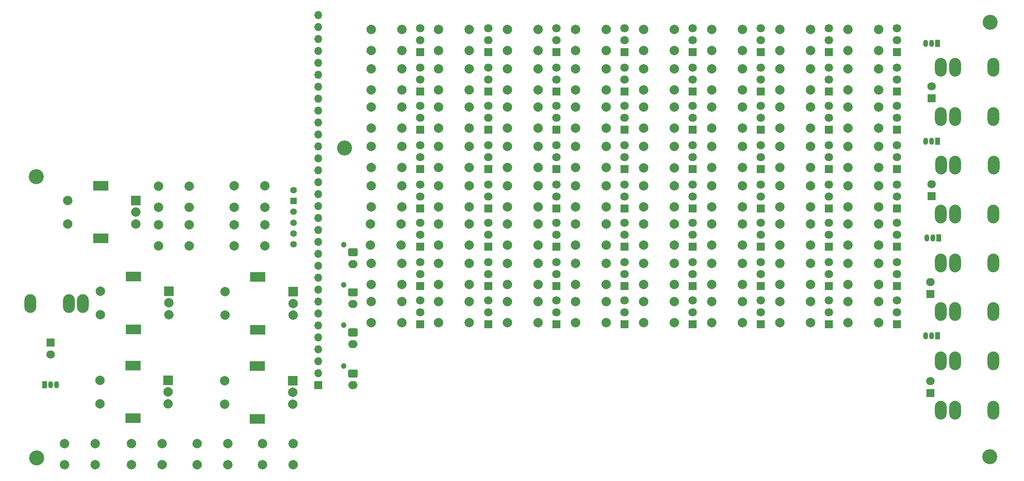
<source format=gbr>
%TF.GenerationSoftware,KiCad,Pcbnew,(5.1.10)-1*%
%TF.CreationDate,2021-10-30T12:18:14-04:00*%
%TF.ProjectId,Control Board,436f6e74-726f-46c2-9042-6f6172642e6b,rev?*%
%TF.SameCoordinates,Original*%
%TF.FileFunction,Soldermask,Bot*%
%TF.FilePolarity,Negative*%
%FSLAX46Y46*%
G04 Gerber Fmt 4.6, Leading zero omitted, Abs format (unit mm)*
G04 Created by KiCad (PCBNEW (5.1.10)-1) date 2021-10-30 12:18:14*
%MOMM*%
%LPD*%
G01*
G04 APERTURE LIST*
%ADD10C,3.200000*%
%ADD11C,2.000000*%
%ADD12R,1.800000X1.800000*%
%ADD13C,1.800000*%
%ADD14C,1.200000*%
%ADD15O,2.000000X1.700000*%
%ADD16R,1.700000X1.700000*%
%ADD17O,1.700000X1.700000*%
%ADD18O,1.050000X1.500000*%
%ADD19R,1.050000X1.500000*%
%ADD20R,1.400000X1.400000*%
%ADD21C,1.400000*%
%ADD22R,3.200000X2.000000*%
%ADD23R,2.000000X2.000000*%
%ADD24O,2.500000X4.000000*%
G04 APERTURE END LIST*
D10*
%TO.C,REF\u002A\u002A*%
X102057200Y-58369200D03*
%TD*%
%TO.C,REF\u002A\u002A*%
X239268000Y-31623000D03*
%TD*%
%TO.C,REF\u002A\u002A*%
X36526800Y-64516000D03*
%TD*%
%TO.C,REF\u002A\u002A*%
X36603000Y-124306000D03*
%TD*%
%TO.C,REF\u002A\u002A*%
X239217200Y-124104400D03*
%TD*%
D11*
%TO.C,SW16*%
X122051800Y-91033600D03*
X122051800Y-95533600D03*
X128551800Y-91033600D03*
X128551800Y-95533600D03*
%TD*%
%TO.C,SW49*%
X194591800Y-33121600D03*
X194591800Y-37621600D03*
X201091800Y-33121600D03*
X201091800Y-37621600D03*
%TD*%
%TO.C,SW58*%
X209044400Y-41503600D03*
X209044400Y-46003600D03*
X215544400Y-41503600D03*
X215544400Y-46003600D03*
%TD*%
%TO.C,SW10*%
X128551800Y-46003600D03*
X128551800Y-41503600D03*
X122051800Y-46003600D03*
X122051800Y-41503600D03*
%TD*%
%TO.C,SW13*%
X128551800Y-70895600D03*
X128551800Y-66395600D03*
X122051800Y-70895600D03*
X122051800Y-66395600D03*
%TD*%
D12*
%TO.C,D45*%
X147091400Y-71221600D03*
D13*
X147091400Y-68681600D03*
X147091400Y-66141600D03*
%TD*%
D11*
%TO.C,SW25*%
X157657800Y-37621600D03*
X157657800Y-33121600D03*
X151157800Y-37621600D03*
X151157800Y-33121600D03*
%TD*%
D12*
%TO.C,D1*%
X176047400Y-37947600D03*
D13*
X176047400Y-35407600D03*
X176047400Y-32867600D03*
%TD*%
D12*
%TO.C,D2*%
X176047400Y-46329600D03*
D13*
X176047400Y-43789600D03*
X176047400Y-41249600D03*
%TD*%
%TO.C,D3*%
X176047400Y-49377600D03*
X176047400Y-51917600D03*
D12*
X176047400Y-54457600D03*
%TD*%
%TO.C,D4*%
X176047400Y-62839600D03*
D13*
X176047400Y-60299600D03*
X176047400Y-57759600D03*
%TD*%
%TO.C,D5*%
X176047400Y-66141600D03*
X176047400Y-68681600D03*
D12*
X176047400Y-71221600D03*
%TD*%
%TO.C,D6*%
X176047400Y-79349600D03*
D13*
X176047400Y-76809600D03*
X176047400Y-74269600D03*
%TD*%
%TO.C,D7*%
X176047400Y-82651600D03*
X176047400Y-85191600D03*
D12*
X176047400Y-87731600D03*
%TD*%
%TO.C,D8*%
X176047400Y-95859600D03*
D13*
X176047400Y-93319600D03*
X176047400Y-90779600D03*
%TD*%
%TO.C,D9*%
X118135400Y-32867600D03*
X118135400Y-35407600D03*
D12*
X118135400Y-37947600D03*
%TD*%
D13*
%TO.C,D10*%
X118135400Y-41249600D03*
X118135400Y-43789600D03*
D12*
X118135400Y-46329600D03*
%TD*%
%TO.C,D11*%
X118135400Y-54457600D03*
D13*
X118135400Y-51917600D03*
X118135400Y-49377600D03*
%TD*%
%TO.C,D12*%
X118135400Y-57759600D03*
X118135400Y-60299600D03*
D12*
X118135400Y-62839600D03*
%TD*%
%TO.C,D13*%
X118135400Y-71221600D03*
D13*
X118135400Y-68681600D03*
X118135400Y-66141600D03*
%TD*%
%TO.C,D14*%
X118135400Y-74269600D03*
X118135400Y-76809600D03*
D12*
X118135400Y-79349600D03*
%TD*%
%TO.C,D15*%
X118135400Y-87731600D03*
D13*
X118135400Y-85191600D03*
X118135400Y-82651600D03*
%TD*%
%TO.C,D16*%
X118135400Y-90779600D03*
X118135400Y-93319600D03*
D12*
X118135400Y-95859600D03*
%TD*%
D13*
%TO.C,D17*%
X190525400Y-32867600D03*
X190525400Y-35407600D03*
D12*
X190525400Y-37947600D03*
%TD*%
%TO.C,D18*%
X190525400Y-46329600D03*
D13*
X190525400Y-43789600D03*
X190525400Y-41249600D03*
%TD*%
D12*
%TO.C,D19*%
X190525400Y-54457600D03*
D13*
X190525400Y-51917600D03*
X190525400Y-49377600D03*
%TD*%
%TO.C,D20*%
X190525400Y-57759600D03*
X190525400Y-60299600D03*
D12*
X190525400Y-62839600D03*
%TD*%
D13*
%TO.C,D21*%
X190525400Y-66141600D03*
X190525400Y-68681600D03*
D12*
X190525400Y-71221600D03*
%TD*%
%TO.C,D22*%
X190525400Y-79349600D03*
D13*
X190525400Y-76809600D03*
X190525400Y-74269600D03*
%TD*%
%TO.C,D23*%
X190525400Y-82651600D03*
X190525400Y-85191600D03*
D12*
X190525400Y-87731600D03*
%TD*%
%TO.C,D24*%
X190525400Y-95859600D03*
D13*
X190525400Y-93319600D03*
X190525400Y-90779600D03*
%TD*%
%TO.C,D25*%
X132613400Y-32867600D03*
X132613400Y-35407600D03*
D12*
X132613400Y-37947600D03*
%TD*%
%TO.C,D26*%
X132613400Y-46329600D03*
D13*
X132613400Y-43789600D03*
X132613400Y-41249600D03*
%TD*%
%TO.C,D27*%
X132613400Y-49377600D03*
X132613400Y-51917600D03*
D12*
X132613400Y-54457600D03*
%TD*%
%TO.C,D28*%
X132613400Y-62839600D03*
D13*
X132613400Y-60299600D03*
X132613400Y-57759600D03*
%TD*%
D12*
%TO.C,D29*%
X132613400Y-71221600D03*
D13*
X132613400Y-68681600D03*
X132613400Y-66141600D03*
%TD*%
%TO.C,D30*%
X132613400Y-74269600D03*
X132613400Y-76809600D03*
D12*
X132613400Y-79349600D03*
%TD*%
%TO.C,D31*%
X132613400Y-87731600D03*
D13*
X132613400Y-85191600D03*
X132613400Y-82651600D03*
%TD*%
%TO.C,D32*%
X132613400Y-90779600D03*
X132613400Y-93319600D03*
D12*
X132613400Y-95859600D03*
%TD*%
D13*
%TO.C,D33*%
X205003400Y-32867600D03*
X205003400Y-35407600D03*
D12*
X205003400Y-37947600D03*
%TD*%
%TO.C,D34*%
X205003400Y-46329600D03*
D13*
X205003400Y-43789600D03*
X205003400Y-41249600D03*
%TD*%
%TO.C,D35*%
X205003400Y-49377600D03*
X205003400Y-51917600D03*
D12*
X205003400Y-54457600D03*
%TD*%
%TO.C,D36*%
X205003400Y-62839600D03*
D13*
X205003400Y-60299600D03*
X205003400Y-57759600D03*
%TD*%
%TO.C,D37*%
X205003400Y-66141600D03*
X205003400Y-68681600D03*
D12*
X205003400Y-71221600D03*
%TD*%
%TO.C,D38*%
X205003400Y-79349600D03*
D13*
X205003400Y-76809600D03*
X205003400Y-74269600D03*
%TD*%
%TO.C,D39*%
X205003400Y-82651600D03*
X205003400Y-85191600D03*
D12*
X205003400Y-87731600D03*
%TD*%
D13*
%TO.C,D40*%
X205003400Y-90779600D03*
X205003400Y-93319600D03*
D12*
X205003400Y-95859600D03*
%TD*%
D13*
%TO.C,D41*%
X147091400Y-32867600D03*
X147091400Y-35407600D03*
D12*
X147091400Y-37947600D03*
%TD*%
%TO.C,D42*%
X147091400Y-46329600D03*
D13*
X147091400Y-43789600D03*
X147091400Y-41249600D03*
%TD*%
%TO.C,D43*%
X147091400Y-49377600D03*
X147091400Y-51917600D03*
D12*
X147091400Y-54457600D03*
%TD*%
%TO.C,D44*%
X147091400Y-62839600D03*
D13*
X147091400Y-60299600D03*
X147091400Y-57759600D03*
%TD*%
%TO.C,D46*%
X147091400Y-74269600D03*
X147091400Y-76809600D03*
D12*
X147091400Y-79349600D03*
%TD*%
%TO.C,D47*%
X147091400Y-87731600D03*
D13*
X147091400Y-85191600D03*
X147091400Y-82651600D03*
%TD*%
%TO.C,D48*%
X147091400Y-90779600D03*
X147091400Y-93319600D03*
D12*
X147091400Y-95859600D03*
%TD*%
D13*
%TO.C,D49*%
X219481400Y-32867600D03*
X219481400Y-35407600D03*
D12*
X219481400Y-37947600D03*
%TD*%
%TO.C,D50*%
X219481400Y-46329600D03*
D13*
X219481400Y-43789600D03*
X219481400Y-41249600D03*
%TD*%
%TO.C,D51*%
X219481400Y-49377600D03*
X219481400Y-51917600D03*
D12*
X219481400Y-54457600D03*
%TD*%
%TO.C,D52*%
X219481400Y-62839600D03*
D13*
X219481400Y-60299600D03*
X219481400Y-57759600D03*
%TD*%
%TO.C,D53*%
X219481400Y-66141600D03*
X219481400Y-68681600D03*
D12*
X219481400Y-71221600D03*
%TD*%
%TO.C,D54*%
X219481400Y-79349600D03*
D13*
X219481400Y-76809600D03*
X219481400Y-74269600D03*
%TD*%
%TO.C,D55*%
X219481400Y-82651600D03*
X219481400Y-85191600D03*
D12*
X219481400Y-87731600D03*
%TD*%
%TO.C,D56*%
X219481400Y-95859600D03*
D13*
X219481400Y-93319600D03*
X219481400Y-90779600D03*
%TD*%
%TO.C,D57*%
X161569400Y-32867600D03*
X161569400Y-35407600D03*
D12*
X161569400Y-37947600D03*
%TD*%
%TO.C,D58*%
X161569400Y-46329600D03*
D13*
X161569400Y-43789600D03*
X161569400Y-41249600D03*
%TD*%
%TO.C,D59*%
X161569400Y-49377600D03*
X161569400Y-51917600D03*
D12*
X161569400Y-54457600D03*
%TD*%
%TO.C,D60*%
X161569400Y-62839600D03*
D13*
X161569400Y-60299600D03*
X161569400Y-57759600D03*
%TD*%
D12*
%TO.C,D61*%
X161569400Y-71221600D03*
D13*
X161569400Y-68681600D03*
X161569400Y-66141600D03*
%TD*%
%TO.C,D62*%
X161569400Y-74269600D03*
X161569400Y-76809600D03*
D12*
X161569400Y-79349600D03*
%TD*%
%TO.C,D63*%
X161569400Y-87731600D03*
D13*
X161569400Y-85191600D03*
X161569400Y-82651600D03*
%TD*%
D12*
%TO.C,D64*%
X161569400Y-95859600D03*
D13*
X161569400Y-93319600D03*
X161569400Y-90779600D03*
%TD*%
D12*
%TO.C,D65*%
X39522400Y-99822000D03*
D13*
X39522400Y-102362000D03*
%TD*%
D12*
%TO.C,D66*%
X226822000Y-47815500D03*
D13*
X226822000Y-45275500D03*
%TD*%
%TO.C,D67*%
X226822000Y-66103500D03*
D12*
X226822000Y-68643500D03*
%TD*%
%TO.C,D68*%
X226568000Y-89471500D03*
D13*
X226568000Y-86931500D03*
%TD*%
%TO.C,D69*%
X226568000Y-108013500D03*
D12*
X226568000Y-110553500D03*
%TD*%
D14*
%TO.C,J1*%
X101835200Y-78968800D03*
D15*
X103835200Y-83068800D03*
G36*
G01*
X103085200Y-79718800D02*
X104585200Y-79718800D01*
G75*
G02*
X104835200Y-79968800I0J-250000D01*
G01*
X104835200Y-81168800D01*
G75*
G02*
X104585200Y-81418800I-250000J0D01*
G01*
X103085200Y-81418800D01*
G75*
G02*
X102835200Y-81168800I0J250000D01*
G01*
X102835200Y-79968800D01*
G75*
G02*
X103085200Y-79718800I250000J0D01*
G01*
G37*
%TD*%
%TO.C,J2*%
G36*
G01*
X103085200Y-88242400D02*
X104585200Y-88242400D01*
G75*
G02*
X104835200Y-88492400I0J-250000D01*
G01*
X104835200Y-89692400D01*
G75*
G02*
X104585200Y-89942400I-250000J0D01*
G01*
X103085200Y-89942400D01*
G75*
G02*
X102835200Y-89692400I0J250000D01*
G01*
X102835200Y-88492400D01*
G75*
G02*
X103085200Y-88242400I250000J0D01*
G01*
G37*
X103835200Y-91592400D03*
D14*
X101835200Y-87492400D03*
%TD*%
%TO.C,J3*%
X101835200Y-96026800D03*
D15*
X103835200Y-100126800D03*
G36*
G01*
X103085200Y-96776800D02*
X104585200Y-96776800D01*
G75*
G02*
X104835200Y-97026800I0J-250000D01*
G01*
X104835200Y-98226800D01*
G75*
G02*
X104585200Y-98476800I-250000J0D01*
G01*
X103085200Y-98476800D01*
G75*
G02*
X102835200Y-98226800I0J250000D01*
G01*
X102835200Y-97026800D01*
G75*
G02*
X103085200Y-96776800I250000J0D01*
G01*
G37*
%TD*%
%TO.C,J4*%
G36*
G01*
X103085200Y-105525200D02*
X104585200Y-105525200D01*
G75*
G02*
X104835200Y-105775200I0J-250000D01*
G01*
X104835200Y-106975200D01*
G75*
G02*
X104585200Y-107225200I-250000J0D01*
G01*
X103085200Y-107225200D01*
G75*
G02*
X102835200Y-106975200I0J250000D01*
G01*
X102835200Y-105775200D01*
G75*
G02*
X103085200Y-105525200I250000J0D01*
G01*
G37*
X103835200Y-108875200D03*
D14*
X101835200Y-104775200D03*
%TD*%
D16*
%TO.C,J5*%
X96469200Y-108864400D03*
D17*
X96469200Y-106324400D03*
X96469200Y-103784400D03*
X96469200Y-101244400D03*
X96469200Y-98704400D03*
X96469200Y-96164400D03*
X96469200Y-93624400D03*
X96469200Y-91084400D03*
X96469200Y-88544400D03*
X96469200Y-86004400D03*
X96469200Y-83464400D03*
X96469200Y-80924400D03*
X96469200Y-78384400D03*
X96469200Y-75844400D03*
X96469200Y-73304400D03*
X96469200Y-70764400D03*
X96469200Y-68224400D03*
X96469200Y-65684400D03*
X96469200Y-63144400D03*
X96469200Y-60604400D03*
X96469200Y-58064400D03*
X96469200Y-55524400D03*
X96469200Y-52984400D03*
X96469200Y-50444400D03*
X96469200Y-47904400D03*
X96469200Y-45364400D03*
X96469200Y-42824400D03*
X96469200Y-40284400D03*
X96469200Y-37744400D03*
X96469200Y-35204400D03*
X96469200Y-32664400D03*
X96469200Y-30124400D03*
%TD*%
D18*
%TO.C,Q1*%
X39522400Y-108762800D03*
X40792400Y-108762800D03*
D19*
X38252400Y-108762800D03*
%TD*%
%TO.C,Q2*%
X228092000Y-36131500D03*
D18*
X225552000Y-36131500D03*
X226822000Y-36131500D03*
%TD*%
%TO.C,Q3*%
X226822000Y-56959500D03*
X225552000Y-56959500D03*
D19*
X228092000Y-56959500D03*
%TD*%
D18*
%TO.C,Q4*%
X227076000Y-77533500D03*
X225806000Y-77533500D03*
D19*
X228346000Y-77533500D03*
%TD*%
%TO.C,Q5*%
X228092000Y-98361500D03*
D18*
X225552000Y-98361500D03*
X226822000Y-98361500D03*
%TD*%
D20*
%TO.C,S1*%
X91186000Y-69659500D03*
D21*
X91186000Y-71959500D03*
X91186000Y-74259500D03*
X91186000Y-76559500D03*
X91186000Y-67359500D03*
X91186000Y-78859500D03*
%TD*%
D11*
%TO.C,SW1*%
X107723800Y-33121600D03*
X107723800Y-37621600D03*
X114223800Y-33121600D03*
X114223800Y-37621600D03*
%TD*%
%TO.C,SW2*%
X107723800Y-41503600D03*
X107723800Y-46003600D03*
X114223800Y-41503600D03*
X114223800Y-46003600D03*
%TD*%
%TO.C,SW3*%
X107723800Y-49631600D03*
X107723800Y-54131600D03*
X114223800Y-49631600D03*
X114223800Y-54131600D03*
%TD*%
%TO.C,SW4*%
X114196000Y-62513600D03*
X114196000Y-58013600D03*
X107696000Y-62513600D03*
X107696000Y-58013600D03*
%TD*%
%TO.C,SW5*%
X114223800Y-70895600D03*
X114223800Y-66395600D03*
X107723800Y-70895600D03*
X107723800Y-66395600D03*
%TD*%
%TO.C,SW6*%
X107573800Y-74523600D03*
X107573800Y-79023600D03*
X114073800Y-74523600D03*
X114073800Y-79023600D03*
%TD*%
%TO.C,SW7*%
X107723800Y-82905600D03*
X107723800Y-87405600D03*
X114223800Y-82905600D03*
X114223800Y-87405600D03*
%TD*%
%TO.C,SW8*%
X114223800Y-95533600D03*
X114223800Y-91033600D03*
X107723800Y-95533600D03*
X107723800Y-91033600D03*
%TD*%
%TO.C,SW9*%
X122051800Y-33121600D03*
X122051800Y-37621600D03*
X128551800Y-33121600D03*
X128551800Y-37621600D03*
%TD*%
%TO.C,SW11*%
X128551800Y-54131600D03*
X128551800Y-49631600D03*
X122051800Y-54131600D03*
X122051800Y-49631600D03*
%TD*%
%TO.C,SW12*%
X128551800Y-62513600D03*
X128551800Y-58013600D03*
X122051800Y-62513600D03*
X122051800Y-58013600D03*
%TD*%
%TO.C,SW14*%
X122051800Y-74523600D03*
X122051800Y-79023600D03*
X128551800Y-74523600D03*
X128551800Y-79023600D03*
%TD*%
%TO.C,SW15*%
X128551800Y-87405600D03*
X128551800Y-82905600D03*
X122051800Y-87405600D03*
X122051800Y-82905600D03*
%TD*%
%TO.C,SW18*%
X143179800Y-46003600D03*
X143179800Y-41503600D03*
X136679800Y-46003600D03*
X136679800Y-41503600D03*
%TD*%
%TO.C,SW19*%
X136679800Y-49631600D03*
X136679800Y-54131600D03*
X143179800Y-49631600D03*
X143179800Y-54131600D03*
%TD*%
%TO.C,SW20*%
X143179800Y-62513600D03*
X143179800Y-58013600D03*
X136679800Y-62513600D03*
X136679800Y-58013600D03*
%TD*%
%TO.C,SW21*%
X136679800Y-66395600D03*
X136679800Y-70895600D03*
X143179800Y-66395600D03*
X143179800Y-70895600D03*
%TD*%
%TO.C,SW22*%
X136679800Y-74523600D03*
X136679800Y-79023600D03*
X143179800Y-74523600D03*
X143179800Y-79023600D03*
%TD*%
%TO.C,SW23*%
X143179800Y-87405600D03*
X143179800Y-82905600D03*
X136679800Y-87405600D03*
X136679800Y-82905600D03*
%TD*%
%TO.C,SW24*%
X136679800Y-91033600D03*
X136679800Y-95533600D03*
X143179800Y-91033600D03*
X143179800Y-95533600D03*
%TD*%
%TO.C,SW26*%
X151157800Y-41503600D03*
X151157800Y-46003600D03*
X157657800Y-41503600D03*
X157657800Y-46003600D03*
%TD*%
%TO.C,SW27*%
X157657800Y-54131600D03*
X157657800Y-49631600D03*
X151157800Y-54131600D03*
X151157800Y-49631600D03*
%TD*%
%TO.C,SW28*%
X151157800Y-58013600D03*
X151157800Y-62513600D03*
X157657800Y-58013600D03*
X157657800Y-62513600D03*
%TD*%
%TO.C,SW29*%
X157657800Y-70895600D03*
X157657800Y-66395600D03*
X151157800Y-70895600D03*
X151157800Y-66395600D03*
%TD*%
%TO.C,SW30*%
X157657800Y-79023600D03*
X157657800Y-74523600D03*
X151157800Y-79023600D03*
X151157800Y-74523600D03*
%TD*%
%TO.C,SW31*%
X151157800Y-82905600D03*
X151157800Y-87405600D03*
X157657800Y-82905600D03*
X157657800Y-87405600D03*
%TD*%
%TO.C,SW32*%
X151157800Y-91033600D03*
X151157800Y-95533600D03*
X157657800Y-91033600D03*
X157657800Y-95533600D03*
%TD*%
%TO.C,SW33*%
X165635800Y-33121600D03*
X165635800Y-37621600D03*
X172135800Y-33121600D03*
X172135800Y-37621600D03*
%TD*%
%TO.C,SW34*%
X165610400Y-41524800D03*
X165610400Y-46024800D03*
X172110400Y-41524800D03*
X172110400Y-46024800D03*
%TD*%
%TO.C,SW35*%
X172110400Y-54131600D03*
X172110400Y-49631600D03*
X165610400Y-54131600D03*
X165610400Y-49631600D03*
%TD*%
%TO.C,SW36*%
X172135800Y-62585600D03*
X172135800Y-58085600D03*
X165635800Y-62585600D03*
X165635800Y-58085600D03*
%TD*%
%TO.C,SW37*%
X165635800Y-66395600D03*
X165635800Y-70895600D03*
X172135800Y-66395600D03*
X172135800Y-70895600D03*
%TD*%
%TO.C,SW38*%
X165635800Y-74523600D03*
X165635800Y-79023600D03*
X172135800Y-74523600D03*
X172135800Y-79023600D03*
%TD*%
%TO.C,SW39*%
X172135800Y-87405600D03*
X172135800Y-82905600D03*
X165635800Y-87405600D03*
X165635800Y-82905600D03*
%TD*%
%TO.C,SW40*%
X172135800Y-95533600D03*
X172135800Y-91033600D03*
X165635800Y-95533600D03*
X165635800Y-91033600D03*
%TD*%
%TO.C,SW41*%
X186613800Y-37621600D03*
X186613800Y-33121600D03*
X180113800Y-37621600D03*
X180113800Y-33121600D03*
%TD*%
%TO.C,SW42*%
X180113800Y-41503600D03*
X180113800Y-46003600D03*
X186613800Y-41503600D03*
X186613800Y-46003600D03*
%TD*%
%TO.C,SW43*%
X186613800Y-54131600D03*
X186613800Y-49631600D03*
X180113800Y-54131600D03*
X180113800Y-49631600D03*
%TD*%
%TO.C,SW44*%
X186613800Y-62513600D03*
X186613800Y-58013600D03*
X180113800Y-62513600D03*
X180113800Y-58013600D03*
%TD*%
%TO.C,SW45*%
X186613800Y-70895600D03*
X186613800Y-66395600D03*
X180113800Y-70895600D03*
X180113800Y-66395600D03*
%TD*%
%TO.C,SW46*%
X186613800Y-79023600D03*
X186613800Y-74523600D03*
X180113800Y-79023600D03*
X180113800Y-74523600D03*
%TD*%
%TO.C,SW47*%
X180113800Y-82905600D03*
X180113800Y-87405600D03*
X186613800Y-82905600D03*
X186613800Y-87405600D03*
%TD*%
%TO.C,SW48*%
X180086000Y-91033600D03*
X180086000Y-95533600D03*
X186586000Y-91033600D03*
X186586000Y-95533600D03*
%TD*%
%TO.C,SW50*%
X201091800Y-46003600D03*
X201091800Y-41503600D03*
X194591800Y-46003600D03*
X194591800Y-41503600D03*
%TD*%
%TO.C,SW51*%
X194591800Y-49631600D03*
X194591800Y-54131600D03*
X201091800Y-49631600D03*
X201091800Y-54131600D03*
%TD*%
%TO.C,SW52*%
X194591800Y-58013600D03*
X194591800Y-62513600D03*
X201091800Y-58013600D03*
X201091800Y-62513600D03*
%TD*%
%TO.C,SW53*%
X194591800Y-66395600D03*
X194591800Y-70895600D03*
X201091800Y-66395600D03*
X201091800Y-70895600D03*
%TD*%
%TO.C,SW54*%
X194591800Y-74523600D03*
X194591800Y-79023600D03*
X201091800Y-74523600D03*
X201091800Y-79023600D03*
%TD*%
%TO.C,SW55*%
X201091800Y-87405600D03*
X201091800Y-82905600D03*
X194591800Y-87405600D03*
X194591800Y-82905600D03*
%TD*%
%TO.C,SW56*%
X201091800Y-95533600D03*
X201091800Y-91033600D03*
X194591800Y-95533600D03*
X194591800Y-91033600D03*
%TD*%
%TO.C,SW57*%
X215569800Y-37621600D03*
X215569800Y-33121600D03*
X209069800Y-37621600D03*
X209069800Y-33121600D03*
%TD*%
%TO.C,SW59*%
X215542000Y-54131600D03*
X215542000Y-49631600D03*
X209042000Y-54131600D03*
X209042000Y-49631600D03*
%TD*%
%TO.C,SW60*%
X215569800Y-62513600D03*
X215569800Y-58013600D03*
X209069800Y-62513600D03*
X209069800Y-58013600D03*
%TD*%
%TO.C,SW61*%
X215569800Y-70895600D03*
X215569800Y-66395600D03*
X209069800Y-70895600D03*
X209069800Y-66395600D03*
%TD*%
%TO.C,SW62*%
X215569800Y-79023600D03*
X215569800Y-74523600D03*
X209069800Y-79023600D03*
X209069800Y-74523600D03*
%TD*%
%TO.C,SW63*%
X209069800Y-82905600D03*
X209069800Y-87405600D03*
X215569800Y-82905600D03*
X215569800Y-87405600D03*
%TD*%
%TO.C,SW64*%
X209044400Y-91033600D03*
X209044400Y-95533600D03*
X215544400Y-91033600D03*
X215544400Y-95533600D03*
%TD*%
%TO.C,SW65*%
X76533600Y-112899200D03*
X76533600Y-107899200D03*
D22*
X83533600Y-115999200D03*
X83533600Y-104799200D03*
D11*
X91033600Y-112899200D03*
X91033600Y-110399200D03*
D23*
X91033600Y-107899200D03*
%TD*%
%TO.C,SW66*%
X64566800Y-107797600D03*
D11*
X64566800Y-110297600D03*
X64566800Y-112797600D03*
D22*
X57066800Y-104697600D03*
X57066800Y-115897600D03*
D11*
X50066800Y-107797600D03*
X50066800Y-112797600D03*
%TD*%
%TO.C,SW67*%
X76606400Y-93950800D03*
X76606400Y-88950800D03*
D22*
X83606400Y-97050800D03*
X83606400Y-85850800D03*
D11*
X91106400Y-93950800D03*
X91106400Y-91450800D03*
D23*
X91106400Y-88950800D03*
%TD*%
%TO.C,SW68*%
X64668400Y-88850400D03*
D11*
X64668400Y-91350400D03*
X64668400Y-93850400D03*
D22*
X57168400Y-85750400D03*
X57168400Y-96950400D03*
D11*
X50168400Y-88850400D03*
X50168400Y-93850400D03*
%TD*%
%TO.C,SW69*%
X43208800Y-74523600D03*
X43208800Y-69523600D03*
D22*
X50208800Y-77623600D03*
X50208800Y-66423600D03*
D11*
X57708800Y-74523600D03*
X57708800Y-72023600D03*
D23*
X57708800Y-69523600D03*
%TD*%
D11*
%TO.C,SW70*%
X68986400Y-70997200D03*
X68986400Y-66497200D03*
X62486400Y-70997200D03*
X62486400Y-66497200D03*
%TD*%
%TO.C,SW71*%
X85087600Y-70967600D03*
X85087600Y-66467600D03*
X78587600Y-70967600D03*
X78587600Y-66467600D03*
%TD*%
%TO.C,SW72*%
X62486400Y-74726800D03*
X62486400Y-79226800D03*
X68986400Y-74726800D03*
X68986400Y-79226800D03*
%TD*%
%TO.C,SW73*%
X78587600Y-74697200D03*
X78587600Y-79197200D03*
X85087600Y-74697200D03*
X85087600Y-79197200D03*
%TD*%
%TO.C,SW74*%
X42522000Y-121310400D03*
X42522000Y-125810400D03*
X49022000Y-121310400D03*
X49022000Y-125810400D03*
%TD*%
%TO.C,SW75*%
X63246000Y-125810400D03*
X63246000Y-121310400D03*
X56746000Y-125810400D03*
X56746000Y-121310400D03*
%TD*%
%TO.C,SW76*%
X70716000Y-121310400D03*
X70716000Y-125810400D03*
X77216000Y-121310400D03*
X77216000Y-125810400D03*
%TD*%
%TO.C,SW77*%
X91135200Y-125780800D03*
X91135200Y-121280800D03*
X84635200Y-125780800D03*
X84635200Y-121280800D03*
%TD*%
D24*
%TO.C,U7*%
X46434000Y-91490800D03*
X43434000Y-91490800D03*
X35234000Y-91490800D03*
%TD*%
%TO.C,U10*%
X240000400Y-41198800D03*
X231800400Y-41198800D03*
X228800400Y-41198800D03*
%TD*%
%TO.C,U11*%
X228830000Y-62026800D03*
X231830000Y-62026800D03*
X240030000Y-62026800D03*
%TD*%
%TO.C,U12*%
X240000400Y-82854800D03*
X231800400Y-82854800D03*
X228800400Y-82854800D03*
%TD*%
%TO.C,U13*%
X228800400Y-103682800D03*
X231800400Y-103682800D03*
X240000400Y-103682800D03*
%TD*%
%TO.C,U14*%
X240000400Y-51663600D03*
X231800400Y-51663600D03*
X228800400Y-51663600D03*
%TD*%
%TO.C,U15*%
X240000400Y-72440800D03*
X231800400Y-72440800D03*
X228800400Y-72440800D03*
%TD*%
%TO.C,U16*%
X240000400Y-93218000D03*
X231800400Y-93218000D03*
X228800400Y-93218000D03*
%TD*%
%TO.C,U17*%
X228800400Y-114147600D03*
X231800400Y-114147600D03*
X240000400Y-114147600D03*
%TD*%
D11*
%TO.C,SW17*%
X136679800Y-33121600D03*
X136679800Y-37621600D03*
X143179800Y-33121600D03*
X143179800Y-37621600D03*
%TD*%
M02*

</source>
